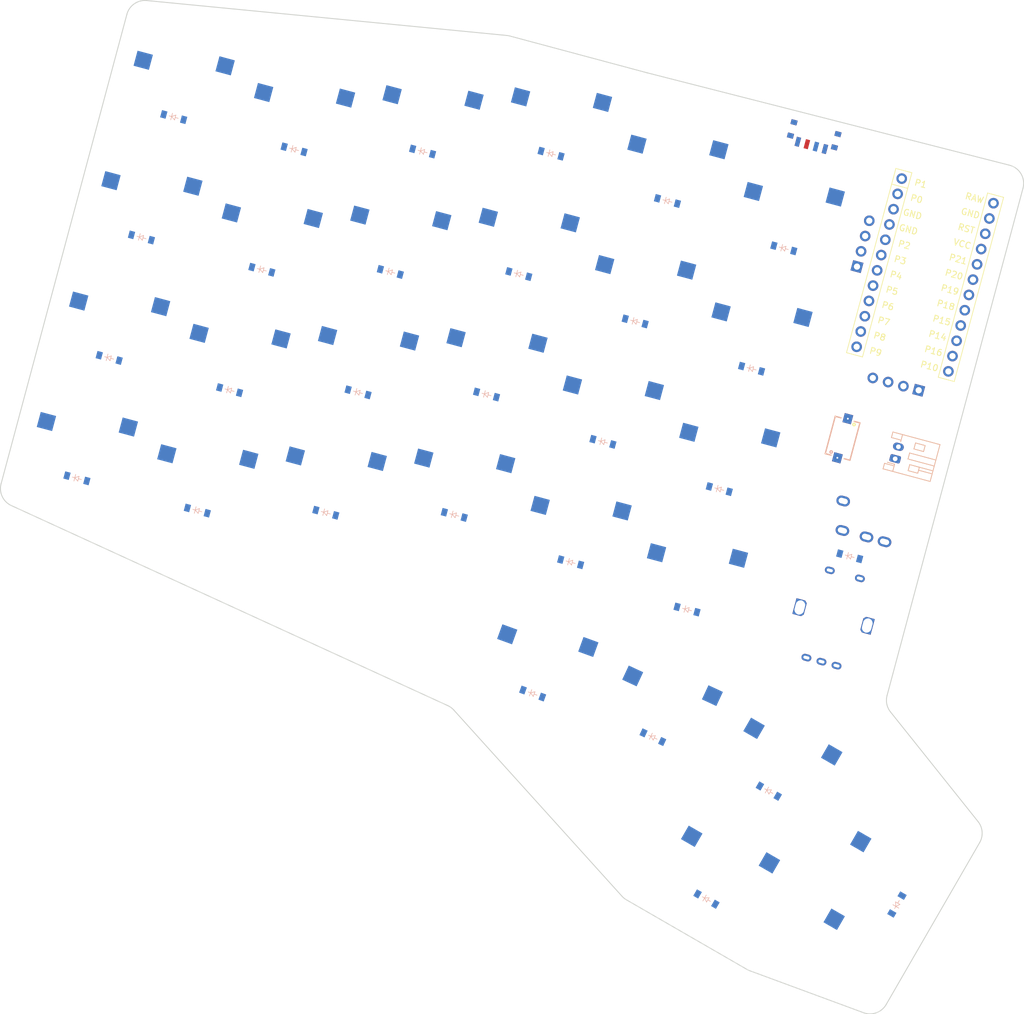
<source format=kicad_pcb>
(kicad_pcb (version 20240108) (generator "ergogen") (generator_version "4.1.0")
  (title_block (title "lag_large") (date "2025-09-04") (rev "v1.0.0") (company "Unknown"))
  (layers (0 "F.Cu" signal) (31 "B.Cu" signal) (34 "B.Paste" user) (35 "F.Paste" user) (36 "B.SilkS" user "B.Silkscreen") (37 "F.SilkS" user "F.Silkscreen") (38 "B.Mask" user) (39 "F.Mask" user) (44 "Edge.Cuts" user))
  (net 0 "")
  (net 1 "P4")
  (net 2 "outer_bottom")
  (net 3 "outer_home")
  (net 4 "outer_top")
  (net 5 "outer_num")
  (net 6 "P5")
  (net 7 "pinky_bottom")
  (net 8 "pinky_home")
  (net 9 "pinky_top")
  (net 10 "pinky_num")
  (net 11 "P6")
  (net 12 "ring_bottom")
  (net 13 "ring_home")
  (net 14 "ring_top")
  (net 15 "ring_num")
  (net 16 "P7")
  (net 17 "middle_bottom")
  (net 18 "middle_home")
  (net 19 "middle_top")
  (net 20 "middle_num")
  (net 21 "P8")
  (net 22 "index_bottom")
  (net 23 "index_home")
  (net 24 "index_top")
  (net 25 "index_num")
  (net 26 "P9")
  (net 27 "inner_bottom")
  (net 28 "inner_home")
  (net 29 "inner_top")
  (net 30 "inner_num")
  (net 31 "outer_rowt")
  (net 32 "middle_rowt")
  (net 33 "inner_rowt")
  (net 34 "middle_rowb")
  (net 35 "inner_rowb")
  (net 36 "P16")
  (net 37 "P14")
  (net 38 "P15")
  (net 39 "P18")
  (net 40 "P10")
  (net 41 "RAW")
  (net 42 "GND")
  (net 43 "RST")
  (net 44 "VCC")
  (net 45 "P21")
  (net 46 "P20")
  (net 47 "P19")
  (net 48 "P1")
  (net 49 "P0")
  (net 50 "P2")
  (net 51 "P3")
  (net 52 "P101")
  (net 53 "P102")
  (net 54 "P107")
  (net 55 "MCU1_24")
  (net 56 "MCU1_1")
  (net 57 "MCU1_23")
  (net 58 "MCU1_2")
  (net 59 "MCU1_22")
  (net 60 "MCU1_3")
  (net 61 "MCU1_21")
  (net 62 "MCU1_4")
  (net 63 "MCU1_20")
  (net 64 "MCU1_5")
  (net 65 "MCU1_19")
  (net 66 "MCU1_6")
  (net 67 "MCU1_18")
  (net 68 "MCU1_7")
  (net 69 "MCU1_17")
  (net 70 "MCU1_8")
  (net 71 "MCU1_16")
  (net 72 "MCU1_9")
  (net 73 "MCU1_15")
  (net 74 "MCU1_10")
  (net 75 "MCU1_14")
  (net 76 "MCU1_11")
  (net 77 "MCU1_13")
  (net 78 "MCU1_12")
  (net 79 "sw1")
  (net 80 "en_s2")
  (module MX (layer F.Cu) (at 70.7106781 122.4744871 -15)
    (fp_text reference "S1" hide)
    (fp_text value "" hide)
    (pad "" np_thru_hole circle (at 0 0) (size 3.9878 3.9878) (drill 3.9878) (layers *.Cu *.Mask))
    (pad "" np_thru_hole circle (at 5.08 0) (size 1.7018 1.7018) (drill 1.7018) (layers *.Cu *.Mask))
    (pad "" np_thru_hole circle (at -5.08 0) (size 1.7018 1.7018) (drill 1.7018) (layers *.Cu *.Mask))
    (pad "" np_thru_hole circle (at 2.54 -5.08) (size 3 3) (drill 3) (layers *.Cu *.Mask))
    (pad "" np_thru_hole circle (at -3.81 -2.54) (size 3 3) (drill 3) (layers *.Cu *.Mask))
    (pad 1 smd rect (at -7.085 -2.54 -15) (size 2.55 2.5) (layers B.Cu B.Paste B.Mask) (net 1 "P4"))
    (pad 2 smd rect (at 5.842 -5.08 -15) (size 2.55 2.5) (layers B.Cu B.Paste B.Mask) (net 2 "outer_bottom"))
  )
  (module MX (layer F.Cu) (at 75.8877061 103.1535558 -15)
    (fp_text reference "S2" hide)
    (fp_text value "" hide)
    (pad "" np_thru_hole circle (at 0 0) (size 3.9878 3.9878) (drill 3.9878) (layers *.Cu *.Mask))
    (pad "" np_thru_hole circle (at 5.08 0) (size 1.7018 1.7018) (drill 1.7018) (layers *.Cu *.Mask))
    (pad "" np_thru_hole circle (at -5.08 0) (size 1.7018 1.7018) (drill 1.7018) (layers *.Cu *.Mask))
    (pad "" np_thru_hole circle (at 2.54 -5.08) (size 3 3) (drill 3) (layers *.Cu *.Mask))
    (pad "" np_thru_hole circle (at -3.81 -2.54) (size 3 3) (drill 3) (layers *.Cu *.Mask))
    (pad 1 smd rect (at -7.085 -2.54 -15) (size 2.55 2.5) (layers B.Cu B.Paste B.Mask) (net 1 "P4"))
    (pad 2 smd rect (at 5.842 -5.08 -15) (size 2.55 2.5) (layers B.Cu B.Paste B.Mask) (net 3 "outer_home"))
  )
  (module MX (layer F.Cu) (at 81.064734 83.8326245 -15)
    (fp_text reference "S3" hide)
    (fp_text value "" hide)
    (pad "" np_thru_hole circle (at 0 0) (size 3.9878 3.9878) (drill 3.9878) (layers *.Cu *.Mask))
    (pad "" np_thru_hole circle (at 5.08 0) (size 1.7018 1.7018) (drill 1.7018) (layers *.Cu *.Mask))
    (pad "" np_thru_hole circle (at -5.08 0) (size 1.7018 1.7018) (drill 1.7018) (layers *.Cu *.Mask))
    (pad "" np_thru_hole circle (at 2.54 -5.08) (size 3 3) (drill 3) (layers *.Cu *.Mask))
    (pad "" np_thru_hole circle (at -3.81 -2.54) (size 3 3) (drill 3) (layers *.Cu *.Mask))
    (pad 1 smd rect (at -7.085 -2.54 -15) (size 2.55 2.5) (layers B.Cu B.Paste B.Mask) (net 1 "P4"))
    (pad 2 smd rect (at 5.842 -5.08 -15) (size 2.55 2.5) (layers B.Cu B.Paste B.Mask) (net 4 "outer_top"))
  )
  (module MX (layer F.Cu) (at 86.241762 64.5116931 -15)
    (fp_text reference "S4" hide)
    (fp_text value "" hide)
    (pad "" np_thru_hole circle (at 0 0) (size 3.9878 3.9878) (drill 3.9878) (layers *.Cu *.Mask))
    (pad "" np_thru_hole circle (at 5.08 0) (size 1.7018 1.7018) (drill 1.7018) (layers *.Cu *.Mask))
    (pad "" np_thru_hole circle (at -5.08 0) (size 1.7018 1.7018) (drill 1.7018) (layers *.Cu *.Mask))
    (pad "" np_thru_hole circle (at 2.54 -5.08) (size 3 3) (drill 3) (layers *.Cu *.Mask))
    (pad "" np_thru_hole circle (at -3.81 -2.54) (size 3 3) (drill 3) (layers *.Cu *.Mask))
    (pad 1 smd rect (at -7.085 -2.54 -15) (size 2.55 2.5) (layers B.Cu B.Paste B.Mask) (net 1 "P4"))
    (pad 2 smd rect (at 5.842 -5.08 -15) (size 2.55 2.5) (layers B.Cu B.Paste B.Mask) (net 5 "outer_num"))
  )
  (module MX (layer F.Cu) (at 90.0316095 127.6515151 -15)
    (fp_text reference "S5" hide)
    (fp_text value "" hide)
    (pad "" np_thru_hole circle (at 0 0) (size 3.9878 3.9878) (drill 3.9878) (layers *.Cu *.Mask))
    (pad "" np_thru_hole circle (at 5.08 0) (size 1.7018 1.7018) (drill 1.7018) (layers *.Cu *.Mask))
    (pad "" np_thru_hole circle (at -5.08 0) (size 1.7018 1.7018) (drill 1.7018) (layers *.Cu *.Mask))
    (pad "" np_thru_hole circle (at 2.54 -5.08) (size 3 3) (drill 3) (layers *.Cu *.Mask))
    (pad "" np_thru_hole circle (at -3.81 -2.54) (size 3 3) (drill 3) (layers *.Cu *.Mask))
    (pad 1 smd rect (at -7.085 -2.54 -15) (size 2.55 2.5) (layers B.Cu B.Paste B.Mask) (net 6 "P5"))
    (pad 2 smd rect (at 5.842 -5.08 -15) (size 2.55 2.5) (layers B.Cu B.Paste B.Mask) (net 7 "pinky_bottom"))
  )
  (module MX (layer F.Cu) (at 95.2086374 108.3305837 -15)
    (fp_text reference "S6" hide)
    (fp_text value "" hide)
    (pad "" np_thru_hole circle (at 0 0) (size 3.9878 3.9878) (drill 3.9878) (layers *.Cu *.Mask))
    (pad "" np_thru_hole circle (at 5.08 0) (size 1.7018 1.7018) (drill 1.7018) (layers *.Cu *.Mask))
    (pad "" np_thru_hole circle (at -5.08 0) (size 1.7018 1.7018) (drill 1.7018) (layers *.Cu *.Mask))
    (pad "" np_thru_hole circle (at 2.54 -5.08) (size 3 3) (drill 3) (layers *.Cu *.Mask))
    (pad "" np_thru_hole circle (at -3.81 -2.54) (size 3 3) (drill 3) (layers *.Cu *.Mask))
    (pad 1 smd rect (at -7.085 -2.54 -15) (size 2.55 2.5) (layers B.Cu B.Paste B.Mask) (net 6 "P5"))
    (pad 2 smd rect (at 5.842 -5.08 -15) (size 2.55 2.5) (layers B.Cu B.Paste B.Mask) (net 8 "pinky_home"))
  )
  (module MX (layer F.Cu) (at 100.3856654 89.0096524 -15)
    (fp_text reference "S7" hide)
    (fp_text value "" hide)
    (pad "" np_thru_hole circle (at 0 0) (size 3.9878 3.9878) (drill 3.9878) (layers *.Cu *.Mask))
    (pad "" np_thru_hole circle (at 5.08 0) (size 1.7018 1.7018) (drill 1.7018) (layers *.Cu *.Mask))
    (pad "" np_thru_hole circle (at -5.08 0) (size 1.7018 1.7018) (drill 1.7018) (layers *.Cu *.Mask))
    (pad "" np_thru_hole circle (at 2.54 -5.08) (size 3 3) (drill 3) (layers *.Cu *.Mask))
    (pad "" np_thru_hole circle (at -3.81 -2.54) (size 3 3) (drill 3) (layers *.Cu *.Mask))
    (pad 1 smd rect (at -7.085 -2.54 -15) (size 2.55 2.5) (layers B.Cu B.Paste B.Mask) (net 6 "P5"))
    (pad 2 smd rect (at 5.842 -5.08 -15) (size 2.55 2.5) (layers B.Cu B.Paste B.Mask) (net 9 "pinky_top"))
  )
  (module MX (layer F.Cu) (at 105.5626933 69.6887211 -15)
    (fp_text reference "S8" hide)
    (fp_text value "" hide)
    (pad "" np_thru_hole circle (at 0 0) (size 3.9878 3.9878) (drill 3.9878) (layers *.Cu *.Mask))
    (pad "" np_thru_hole circle (at 5.08 0) (size 1.7018 1.7018) (drill 1.7018) (layers *.Cu *.Mask))
    (pad "" np_thru_hole circle (at -5.08 0) (size 1.7018 1.7018) (drill 1.7018) (layers *.Cu *.Mask))
    (pad "" np_thru_hole circle (at 2.54 -5.08) (size 3 3) (drill 3) (layers *.Cu *.Mask))
    (pad "" np_thru_hole circle (at -3.81 -2.54) (size 3 3) (drill 3) (layers *.Cu *.Mask))
    (pad 1 smd rect (at -7.085 -2.54 -15) (size 2.55 2.5) (layers B.Cu B.Paste B.Mask) (net 6 "P5"))
    (pad 2 smd rect (at 5.842 -5.08 -15) (size 2.55 2.5) (layers B.Cu B.Paste B.Mask) (net 10 "pinky_num"))
  )
  (module MX (layer F.Cu) (at 110.646636 127.9989139 -15)
    (fp_text reference "S9" hide)
    (fp_text value "" hide)
    (pad "" np_thru_hole circle (at 0 0) (size 3.9878 3.9878) (drill 3.9878) (layers *.Cu *.Mask))
    (pad "" np_thru_hole circle (at 5.08 0) (size 1.7018 1.7018) (drill 1.7018) (layers *.Cu *.Mask))
    (pad "" np_thru_hole circle (at -5.08 0) (size 1.7018 1.7018) (drill 1.7018) (layers *.Cu *.Mask))
    (pad "" np_thru_hole circle (at 2.54 -5.08) (size 3 3) (drill 3) (layers *.Cu *.Mask))
    (pad "" np_thru_hole circle (at -3.81 -2.54) (size 3 3) (drill 3) (layers *.Cu *.Mask))
    (pad 1 smd rect (at -7.085 -2.54 -15) (size 2.55 2.5) (layers B.Cu B.Paste B.Mask) (net 11 "P6"))
    (pad 2 smd rect (at 5.842 -5.08 -15) (size 2.55 2.5) (layers B.Cu B.Paste B.Mask) (net 12 "ring_bottom"))
  )
  (module MX (layer F.Cu) (at 115.823664 108.6779826 -15)
    (fp_text reference "S10" hide)
    (fp_text value "" hide)
    (pad "" np_thru_hole circle (at 0 0) (size 3.9878 3.9878) (drill 3.9878) (layers *.Cu *.Mask))
    (pad "" np_thru_hole circle (at 5.08 0) (size 1.7018 1.7018) (drill 1.7018) (layers *.Cu *.Mask))
    (pad "" np_thru_hole circle (at -5.08 0) (size 1.7018 1.7018) (drill 1.7018) (layers *.Cu *.Mask))
    (pad "" np_thru_hole circle (at 2.54 -5.08) (size 3 3) (drill 3) (layers *.Cu *.Mask))
    (pad "" np_thru_hole circle (at -3.81 -2.54) (size 3 3) (drill 3) (layers *.Cu *.Mask))
    (pad 1 smd rect (at -7.085 -2.54 -15) (size 2.55 2.5) (layers B.Cu B.Paste B.Mask) (net 11 "P6"))
    (pad 2 smd rect (at 5.842 -5.08 -15) (size 2.55 2.5) (layers B.Cu B.Paste B.Mask) (net 13 "ring_home"))
  )
  (module MX (layer F.Cu) (at 121.0006919 89.3570512 -15)
    (fp_text reference "S11" hide)
    (fp_text value "" hide)
    (pad "" np_thru_hole circle (at 0 0) (size 3.9878 3.9878) (drill 3.9878) (layers *.Cu *.Mask))
    (pad "" np_thru_hole circle (at 5.08 0) (size 1.7018 1.7018) (drill 1.7018) (layers *.Cu *.Mask))
    (pad "" np_thru_hole circle (at -5.08 0) (size 1.7018 1.7018) (drill 1.7018) (layers *.Cu *.Mask))
    (pad "" np_thru_hole circle (at 2.54 -5.08) (size 3 3) (drill 3) (layers *.Cu *.Mask))
    (pad "" np_thru_hole circle (at -3.81 -2.54) (size 3 3) (drill 3) (layers *.Cu *.Mask))
    (pad 1 smd rect (at -7.085 -2.54 -15) (size 2.55 2.5) (layers B.Cu B.Paste B.Mask) (net 11 "P6"))
    (pad 2 smd rect (at 5.842 -5.08 -15) (size 2.55 2.5) (layers B.Cu B.Paste B.Mask) (net 14 "ring_top"))
  )
  (module MX (layer F.Cu) (at 126.1777199 70.0361199 -15)
    (fp_text reference "S12" hide)
    (fp_text value "" hide)
    (pad "" np_thru_hole circle (at 0 0) (size 3.9878 3.9878) (drill 3.9878) (layers *.Cu *.Mask))
    (pad "" np_thru_hole circle (at 5.08 0) (size 1.7018 1.7018) (drill 1.7018) (layers *.Cu *.Mask))
    (pad "" np_thru_hole circle (at -5.08 0) (size 1.7018 1.7018) (drill 1.7018) (layers *.Cu *.Mask))
    (pad "" np_thru_hole circle (at 2.54 -5.08) (size 3 3) (drill 3) (layers *.Cu *.Mask))
    (pad "" np_thru_hole circle (at -3.81 -2.54) (size 3 3) (drill 3) (layers *.Cu *.Mask))
    (pad 1 smd rect (at -7.085 -2.54 -15) (size 2.55 2.5) (layers B.Cu B.Paste B.Mask) (net 11 "P6"))
    (pad 2 smd rect (at 5.842 -5.08 -15) (size 2.55 2.5) (layers B.Cu B.Paste B.Mask) (net 15 "ring_num"))
  )
  (module MX (layer F.Cu) (at 131.2616626 128.3463127 -15)
    (fp_text reference "S13" hide)
    (fp_text value "" hide)
    (pad "" np_thru_hole circle (at 0 0) (size 3.9878 3.9878) (drill 3.9878) (layers *.Cu *.Mask))
    (pad "" np_thru_hole circle (at 5.08 0) (size 1.7018 1.7018) (drill 1.7018) (layers *.Cu *.Mask))
    (pad "" np_thru_hole circle (at -5.08 0) (size 1.7018 1.7018) (drill 1.7018) (layers *.Cu *.Mask))
    (pad "" np_thru_hole circle (at 2.54 -5.08) (size 3 3) (drill 3) (layers *.Cu *.Mask))
    (pad "" np_thru_hole circle (at -3.81 -2.54) (size 3 3) (drill 3) (layers *.Cu *.Mask))
    (pad 1 smd rect (at -7.085 -2.54 -15) (size 2.55 2.5) (layers B.Cu B.Paste B.Mask) (net 16 "P7"))
    (pad 2 smd rect (at 5.842 -5.08 -15) (size 2.55 2.5) (layers B.Cu B.Paste B.Mask) (net 17 "middle_bottom"))
  )
  (module MX (layer F.Cu) (at 136.4386905 109.0253814 -15)
    (fp_text reference "S14" hide)
    (fp_text value "" hide)
    (pad "" np_thru_hole circle (at 0 0) (size 3.9878 3.9878) (drill 3.9878) (layers *.Cu *.Mask))
    (pad "" np_thru_hole circle (at 5.08 0) (size 1.7018 1.7018) (drill 1.7018) (layers *.Cu *.Mask))
    (pad "" np_thru_hole circle (at -5.08 0) (size 1.7018 1.7018) (drill 1.7018) (layers *.Cu *.Mask))
    (pad "" np_thru_hole circle (at 2.54 -5.08) (size 3 3) (drill 3) (layers *.Cu *.Mask))
    (pad "" np_thru_hole circle (at -3.81 -2.54) (size 3 3) (drill 3) (layers *.Cu *.Mask))
    (pad 1 smd rect (at -7.085 -2.54 -15) (size 2.55 2.5) (layers B.Cu B.Paste B.Mask) (net 16 "P7"))
    (pad 2 smd rect (at 5.842 -5.08 -15) (size 2.55 2.5) (layers B.Cu B.Paste B.Mask) (net 18 "middle_home"))
  )
  (module MX (layer F.Cu) (at 141.6157185 89.70445 -15)
    (fp_text reference "S15" hide)
    (fp_text value "" hide)
    (pad "" np_thru_hole circle (at 0 0) (size 3.9878 3.9878) (drill 3.9878) (layers *.Cu *.Mask))
    (pad "" np_thru_hole circle (at 5.08 0) (size 1.7018 1.7018) (drill 1.7018) (layers *.Cu *.Mask))
    (pad "" np_thru_hole circle (at -5.08 0) (size 1.7018 1.7018) (drill 1.7018) (layers *.Cu *.Mask))
    (pad "" np_thru_hole circle (at 2.54 -5.08) (size 3 3) (drill 3) (layers *.Cu *.Mask))
    (pad "" np_thru_hole circle (at -3.81 -2.54) (size 3 3) (drill 3) (layers *.Cu *.Mask))
    (pad 1 smd rect (at -7.085 -2.54 -15) (size 2.55 2.5) (layers B.Cu B.Paste B.Mask) (net 16 "P7"))
    (pad 2 smd rect (at 5.842 -5.08 -15) (size 2.55 2.5) (layers B.Cu B.Paste B.Mask) (net 19 "middle_top"))
  )
  (module MX (layer F.Cu) (at 146.7927464 70.3835187 -15)
    (fp_text reference "S16" hide)
    (fp_text value "" hide)
    (pad "" np_thru_hole circle (at 0 0) (size 3.9878 3.9878) (drill 3.9878) (layers *.Cu *.Mask))
    (pad "" np_thru_hole circle (at 5.08 0) (size 1.7018 1.7018) (drill 1.7018) (layers *.Cu *.Mask))
    (pad "" np_thru_hole circle (at -5.08 0) (size 1.7018 1.7018) (drill 1.7018) (layers *.Cu *.Mask))
    (pad "" np_thru_hole circle (at 2.54 -5.08) (size 3 3) (drill 3) (layers *.Cu *.Mask))
    (pad "" np_thru_hole circle (at -3.81 -2.54) (size 3 3) (drill 3) (layers *.Cu *.Mask))
    (pad 1 smd rect (at -7.085 -2.54 -15) (size 2.55 2.5) (layers B.Cu B.Paste B.Mask) (net 16 "P7"))
    (pad 2 smd rect (at 5.842 -5.08 -15) (size 2.55 2.5) (layers B.Cu B.Paste B.Mask) (net 20 "middle_num"))
  )
  (module MX (layer F.Cu) (at 149.9355463 135.9381552 -15)
    (fp_text reference "S17" hide)
    (fp_text value "" hide)
    (pad "" np_thru_hole circle (at 0 0) (size 3.9878 3.9878) (drill 3.9878) (layers *.Cu *.Mask))
    (pad "" np_thru_hole circle (at 5.08 0) (size 1.7018 1.7018) (drill 1.7018) (layers *.Cu *.Mask))
    (pad "" np_thru_hole circle (at -5.08 0) (size 1.7018 1.7018) (drill 1.7018) (layers *.Cu *.Mask))
    (pad "" np_thru_hole circle (at 2.54 -5.08) (size 3 3) (drill 3) (layers *.Cu *.Mask))
    (pad "" np_thru_hole circle (at -3.81 -2.54) (size 3 3) (drill 3) (layers *.Cu *.Mask))
    (pad 1 smd rect (at -7.085 -2.54 -15) (size 2.55 2.5) (layers B.Cu B.Paste B.Mask) (net 21 "P8"))
    (pad 2 smd rect (at 5.842 -5.08 -15) (size 2.55 2.5) (layers B.Cu B.Paste B.Mask) (net 22 "index_bottom"))
  )
  (module MX (layer F.Cu) (at 155.1125743 116.6172239 -15)
    (fp_text reference "S18" hide)
    (fp_text value "" hide)
    (pad "" np_thru_hole circle (at 0 0) (size 3.9878 3.9878) (drill 3.9878) (layers *.Cu *.Mask))
    (pad "" np_thru_hole circle (at 5.08 0) (size 1.7018 1.7018) (drill 1.7018) (layers *.Cu *.Mask))
    (pad "" np_thru_hole circle (at -5.08 0) (size 1.7018 1.7018) (drill 1.7018) (layers *.Cu *.Mask))
    (pad "" np_thru_hole circle (at 2.54 -5.08) (size 3 3) (drill 3) (layers *.Cu *.Mask))
    (pad "" np_thru_hole circle (at -3.81 -2.54) (size 3 3) (drill 3) (layers *.Cu *.Mask))
    (pad 1 smd rect (at -7.085 -2.54 -15) (size 2.55 2.5) (layers B.Cu B.Paste B.Mask) (net 21 "P8"))
    (pad 2 smd rect (at 5.842 -5.08 -15) (size 2.55 2.5) (layers B.Cu B.Paste B.Mask) (net 23 "index_home"))
  )
  (module MX (layer F.Cu) (at 160.2896022 97.2962926 -15)
    (fp_text reference "S19" hide)
    (fp_text value "" hide)
    (pad "" np_thru_hole circle (at 0 0) (size 3.9878 3.9878) (drill 3.9878) (layers *.Cu *.Mask))
    (pad "" np_thru_hole circle (at 5.08 0) (size 1.7018 1.7018) (drill 1.7018) (layers *.Cu *.Mask))
    (pad "" np_thru_hole circle (at -5.08 0) (size 1.7018 1.7018) (drill 1.7018) (layers *.Cu *.Mask))
    (pad "" np_thru_hole circle (at 2.54 -5.08) (size 3 3) (drill 3) (layers *.Cu *.Mask))
    (pad "" np_thru_hole circle (at -3.81 -2.54) (size 3 3) (drill 3) (layers *.Cu *.Mask))
    (pad 1 smd rect (at -7.085 -2.54 -15) (size 2.55 2.5) (layers B.Cu B.Paste B.Mask) (net 21 "P8"))
    (pad 2 smd rect (at 5.842 -5.08 -15) (size 2.55 2.5) (layers B.Cu B.Paste B.Mask) (net 24 "index_top"))
  )
  (module MX (layer F.Cu) (at 165.4666302 77.9753612 -15)
    (fp_text reference "S20" hide)
    (fp_text value "" hide)
    (pad "" np_thru_hole circle (at 0 0) (size 3.9878 3.9878) (drill 3.9878) (layers *.Cu *.Mask))
    (pad "" np_thru_hole circle (at 5.08 0) (size 1.7018 1.7018) (drill 1.7018) (layers *.Cu *.Mask))
    (pad "" np_thru_hole circle (at -5.08 0) (size 1.7018 1.7018) (drill 1.7018) (layers *.Cu *.Mask))
    (pad "" np_thru_hole circle (at 2.54 -5.08) (size 3 3) (drill 3) (layers *.Cu *.Mask))
    (pad "" np_thru_hole circle (at -3.81 -2.54) (size 3 3) (drill 3) (layers *.Cu *.Mask))
    (pad 1 smd rect (at -7.085 -2.54 -15) (size 2.55 2.5) (layers B.Cu B.Paste B.Mask) (net 21 "P8"))
    (pad 2 smd rect (at 5.842 -5.08 -15) (size 2.55 2.5) (layers B.Cu B.Paste B.Mask) (net 25 "index_num"))
  )
  (module MX (layer F.Cu) (at 168.60943 143.5299978 -15)
    (fp_text reference "S21" hide)
    (fp_text value "" hide)
    (pad "" np_thru_hole circle (at 0 0) (size 3.9878 3.9878) (drill 3.9878) (layers *.Cu *.Mask))
    (pad "" np_thru_hole circle (at 5.08 0) (size 1.7018 1.7018) (drill 1.7018) (layers *.Cu *.Mask))
    (pad "" np_thru_hole circle (at -5.08 0) (size 1.7018 1.7018) (drill 1.7018) (layers *.Cu *.Mask))
    (pad "" np_thru_hole circle (at 2.54 -5.08) (size 3 3) (drill 3) (layers *.Cu *.Mask))
    (pad "" np_thru_hole circle (at -3.81 -2.54) (size 3 3) (drill 3) (layers *.Cu *.Mask))
    (pad 1 smd rect (at -7.085 -2.54 -15) (size 2.55 2.5) (layers B.Cu B.Paste B.Mask) (net 26 "P9"))
    (pad 2 smd rect (at 5.842 -5.08 -15) (size 2.55 2.5) (layers B.Cu B.Paste B.Mask) (net 27 "inner_bottom"))
  )
  (module MX (layer F.Cu) (at 173.786458 124.2090664 -15)
    (fp_text reference "S22" hide)
    (fp_text value "" hide)
    (pad "" np_thru_hole circle (at 0 0) (size 3.9878 3.9878) (drill 3.9878) (layers *.Cu *.Mask))
    (pad "" np_thru_hole circle (at 5.08 0) (size 1.7018 1.7018) (drill 1.7018) (layers *.Cu *.Mask))
    (pad "" np_thru_hole circle (at -5.08 0) (size 1.7018 1.7018) (drill 1.7018) (layers *.Cu *.Mask))
    (pad "" np_thru_hole circle (at 2.54 -5.08) (size 3 3) (drill 3) (layers *.Cu *.Mask))
    (pad "" np_thru_hole circle (at -3.81 -2.54) (size 3 3) (drill 3) (layers *.Cu *.Mask))
    (pad 1 smd rect (at -7.085 -2.54 -15) (size 2.55 2.5) (layers B.Cu B.Paste B.Mask) (net 26 "P9"))
    (pad 2 smd rect (at 5.842 -5.08 -15) (size 2.55 2.5) (layers B.Cu B.Paste B.Mask) (net 28 "inner_home"))
  )
  (module MX (layer F.Cu) (at 178.9634859 104.8881351 -15)
    (fp_text reference "S23" hide)
    (fp_text value "" hide)
    (pad "" np_thru_hole circle (at 0 0) (size 3.9878 3.9878) (drill 3.9878) (layers *.Cu *.Mask))
    (pad "" np_thru_hole circle (at 5.08 0) (size 1.7018 1.7018) (drill 1.7018) (layers *.Cu *.Mask))
    (pad "" np_thru_hole circle (at -5.08 0) (size 1.7018 1.7018) (drill 1.7018) (layers *.Cu *.Mask))
    (pad "" np_thru_hole circle (at 2.54 -5.08) (size 3 3) (drill 3) (layers *.Cu *.Mask))
    (pad "" np_thru_hole circle (at -3.81 -2.54) (size 3 3) (drill 3) (layers *.Cu *.Mask))
    (pad 1 smd rect (at -7.085 -2.54 -15) (size 2.55 2.5) (layers B.Cu B.Paste B.Mask) (net 26 "P9"))
    (pad 2 smd rect (at 5.842 -5.08 -15) (size 2.55 2.5) (layers B.Cu B.Paste B.Mask) (net 29 "inner_top"))
  )
  (module MX (layer F.Cu) (at 184.1405139 85.5672037 -15)
    (fp_text reference "S24" hide)
    (fp_text value "" hide)
    (pad "" np_thru_hole circle (at 0 0) (size 3.9878 3.9878) (drill 3.9878) (layers *.Cu *.Mask))
    (pad "" np_thru_hole circle (at 5.08 0) (size 1.7018 1.7018) (drill 1.7018) (layers *.Cu *.Mask))
    (pad "" np_thru_hole circle (at -5.08 0) (size 1.7018 1.7018) (drill 1.7018) (layers *.Cu *.Mask))
    (pad "" np_thru_hole circle (at 2.54 -5.08) (size 3 3) (drill 3) (layers *.Cu *.Mask))
    (pad "" np_thru_hole circle (at -3.81 -2.54) (size 3 3) (drill 3) (layers *.Cu *.Mask))
    (pad 1 smd rect (at -7.085 -2.54 -15) (size 2.55 2.5) (layers B.Cu B.Paste B.Mask) (net 26 "P9"))
    (pad 2 smd rect (at 5.842 -5.08 -15) (size 2.55 2.5) (layers B.Cu B.Paste B.Mask) (net 30 "inner_num"))
  )
  (module MX (layer F.Cu) (at 144.2531742 157.1450568 -20)
    (fp_text reference "S25" hide)
    (fp_text value "" hide)
    (pad "" np_thru_hole circle (at 0 0) (size 3.9878 3.9878) (drill 3.9878) (layers *.Cu *.Mask))
    (pad "" np_thru_hole circle (at 5.08 0) (size 1.7018 1.7018) (drill 1.7018) (layers *.Cu *.Mask))
    (pad "" np_thru_hole circle (at -5.08 0) (size 1.7018 1.7018) (drill 1.7018) (layers *.Cu *.Mask))
    (pad "" np_thru_hole circle (at 2.54 -5.08) (size 3 3) (drill 3) (layers *.Cu *.Mask))
    (pad "" np_thru_hole circle (at -3.81 -2.54) (size 3 3) (drill 3) (layers *.Cu *.Mask))
    (pad 1 smd rect (at -7.085 -2.54 -20) (size 2.55 2.5) (layers B.Cu B.Paste B.Mask) (net 1 "P4"))
    (pad 2 smd rect (at 5.842 -5.08 -20) (size 2.55 2.5) (layers B.Cu B.Paste B.Mask) (net 31 "outer_rowt"))
  )
  (module MX (layer F.Cu) (at 163.9444331 164.3120889 -25)
    (fp_text reference "S26" hide)
    (fp_text value "" hide)
    (pad "" np_thru_hole circle (at 0 0) (size 3.9878 3.9878) (drill 3.9878) (layers *.Cu *.Mask))
    (pad "" np_thru_hole circle (at 5.08 0) (size 1.7018 1.7018) (drill 1.7018) (layers *.Cu *.Mask))
    (pad "" np_thru_hole circle (at -5.08 0) (size 1.7018 1.7018) (drill 1.7018) (layers *.Cu *.Mask))
    (pad "" np_thru_hole circle (at 2.54 -5.08) (size 3 3) (drill 3) (layers *.Cu *.Mask))
    (pad "" np_thru_hole circle (at -3.81 -2.54) (size 3 3) (drill 3) (layers *.Cu *.Mask))
    (pad 1 smd rect (at -7.085 -2.54 -25) (size 2.55 2.5) (layers B.Cu B.Paste B.Mask) (net 6 "P5"))
    (pad 2 smd rect (at 5.842 -5.08 -25) (size 2.55 2.5) (layers B.Cu B.Paste B.Mask) (net 32 "middle_rowt"))
  )
  (module MX (layer F.Cu) (at 182.9361128 173.1680546 -30)
    (fp_text reference "S27" hide)
    (fp_text value "" hide)
    (pad "" np_thru_hole circle (at 0 0) (size 3.9878 3.9878) (drill 3.9878) (layers *.Cu *.Mask))
    (pad "" np_thru_hole circle (at 5.08 0) (size 1.7018 1.7018) (drill 1.7018) (layers *.Cu *.Mask))
    (pad "" np_thru_hole circle (at -5.08 0) (size 1.7018 1.7018) (drill 1.7018) (layers *.Cu *.Mask))
    (pad "" np_thru_hole circle (at 2.54 -5.08) (size 3 3) (drill 3) (layers *.Cu *.Mask))
    (pad "" np_thru_hole circle (at -3.81 -2.54) (size 3 3) (drill 3) (layers *.Cu *.Mask))
    (pad 1 smd rect (at -7.085 -2.54 -30) (size 2.55 2.5) (layers B.Cu B.Paste B.Mask) (net 16 "P7"))
    (pad 2 smd rect (at 5.842 -5.08 -30) (size 2.55 2.5) (layers B.Cu B.Paste B.Mask) (net 33 "inner_rowt"))
  )
  (module MX (layer F.Cu) (at 172.9348628 190.4907277 -30)
    (fp_text reference "S28" hide)
    (fp_text value "" hide)
    (pad "" np_thru_hole circle (at 0 0) (size 3.9878 3.9878) (drill 3.9878) (layers *.Cu *.Mask))
    (pad "" np_thru_hole circle (at 5.08 0) (size 1.7018 1.7018) (drill 1.7018) (layers *.Cu *.Mask))
    (pad "" np_thru_hole circle (at -5.08 0) (size 1.7018 1.7018) (drill 1.7018) (layers *.Cu *.Mask))
    (pad "" np_thru_hole circle (at 2.54 -5.08) (size 3 3) (drill 3) (layers *.Cu *.Mask))
    (pad "" np_thru_hole circle (at -3.81 -2.54) (size 3 3) (drill 3) (layers *.Cu *.Mask))
    (pad 1 smd rect (at -7.085 -2.54 -30) (size 2.55 2.5) (layers B.Cu B.Paste B.Mask) (net 11 "P6"))
    (pad 2 smd rect (at 5.842 -5.08 -30) (size 2.55 2.5) (layers B.Cu B.Paste B.Mask) (net 34 "middle_rowb"))
  )
  (module MX (layer F.Cu) (at 196.6698143 193.1955857 60)
    (fp_text reference "S29" hide)
    (fp_text value "" hide)
    (pad "" np_thru_hole circle (at 0 0) (size 3.9878 3.9878) (drill 3.9878) (layers *.Cu *.Mask))
    (pad "" np_thru_hole circle (at 5.08 0) (size 1.7018 1.7018) (drill 1.7018) (layers *.Cu *.Mask))
    (pad "" np_thru_hole circle (at -5.08 0) (size 1.7018 1.7018) (drill 1.7018) (layers *.Cu *.Mask))
    (pad "" np_thru_hole circle (at 2.54 -5.08) (size 3 3) (drill 3) (layers *.Cu *.Mask))
    (pad "" np_thru_hole circle (at -3.81 -2.54) (size 3 3) (drill 3) (layers *.Cu *.Mask))
    (pad 1 smd rect (at -7.085 -2.54 60) (size 2.55 2.5) (layers B.Cu B.Paste B.Mask) (net 21 "P8"))
    (pad 2 smd rect (at 5.842 -5.08 60) (size 2.55 2.5) (layers B.Cu B.Paste B.Mask) (net 35 "inner_rowb"))
  )
  (footprint "ceoloide:diode_tht_sod123" (layer "B.Cu") (at 69.4165829 127.30411620000001 -15)
    (property "Reference" "D1" hide)
    (pad "1" smd rect (at -1.65 0 -15) (size 0.9 1.2) (layers "B.Cu" "B.Paste" "B.Mask") (net 36 "P16"))
    (pad "2" smd rect (at 1.65 0 -15) (size 0.9 1.2) (layers "B.Cu" "B.Paste" "B.Mask") (net 2 "outer_bottom"))
  )
  (footprint "ceoloide:diode_tht_sod123" (layer "B.Cu") (at 74.5936109 107.98318490000001 -15)
    (property "Reference" "D2" hide)
    (pad "1" smd rect (at -1.65 0 -15) (size 0.9 1.2) (layers "B.Cu" "B.Paste" "B.Mask") (net 37 "P14"))
    (pad "2" smd rect (at 1.65 0 -15) (size 0.9 1.2) (layers "B.Cu" "B.Paste" "B.Mask") (net 3 "outer_home"))
  )
  (footprint "ceoloide:diode_tht_sod123" (layer "B.Cu") (at 79.7706388 88.6622536 -15)
    (property "Reference" "D3" hide)
    (pad "1" smd rect (at -1.65 0 -15) (size 0.9 1.2) (layers "B.Cu" "B.Paste" "B.Mask") (net 38 "P15"))
    (pad "2" smd rect (at 1.65 0 -15) (size 0.9 1.2) (layers "B.Cu" "B.Paste" "B.Mask") (net 4 "outer_top"))
  )
  (footprint "ceoloide:diode_tht_sod123" (layer "B.Cu") (at 84.9476668 69.34132220000001 -15)
    (property "Reference" "D4" hide)
    (pad "1" smd rect (at -1.65 0 -15) (size 0.9 1.2) (layers "B.Cu" "B.Paste" "B.Mask") (net 39 "P18"))
    (pad "2" smd rect (at 1.65 0 -15) (size 0.9 1.2) (layers "B.Cu" "B.Paste" "B.Mask") (net 5 "outer_num"))
  )
  (footprint "ceoloide:diode_tht_sod123" (layer "B.Cu") (at 88.7375143 132.4811442 -15)
    (property "Reference" "D5" hide)
    (pad "1" smd rect (at -1.65 0 -15) (size 0.9 1.2) (layers "B.Cu" "B.Paste" "B.Mask") (net 36 "P16"))
    (pad "2" smd rect (at 1.65 0 -15) (size 0.9 1.2) (layers "B.Cu" "B.Paste" "B.Mask") (net 7 "pinky_bottom"))
  )
  (footprint "ceoloide:diode_tht_sod123" (layer "B.Cu") (at 93.9145422 113.16021280000001 -15)
    (property "Reference" "D6" hide)
    (pad "1" smd rect (at -1.65 0 -15) (size 0.9 1.2) (layers "B.Cu" "B.Paste" "B.Mask") (net 37 "P14"))
    (pad "2" smd rect (at 1.65 0 -15) (size 0.9 1.2) (layers "B.Cu" "B.Paste" "B.Mask") (net 8 "pinky_home"))
  )
  (footprint "ceoloide:diode_tht_sod123" (layer "B.Cu") (at 99.09157019999999 93.8392815 -15)
    (property "Reference" "D7" hide)
    (pad "1" smd rect (at -1.65 0 -15) (size 0.9 1.2) (layers "B.Cu" "B.Paste" "B.Mask") (net 38 "P15"))
    (pad "2" smd rect (at 1.65 0 -15) (size 0.9 1.2) (layers "B.Cu" "B.Paste" "B.Mask") (net 9 "pinky_top"))
  )
  (footprint "ceoloide:diode_tht_sod123" (layer "B.Cu") (at 104.2685981 74.5183502 -15)
    (property "Reference" "D8" hide)
    (pad "1" smd rect (at -1.65 0 -15) (size 0.9 1.2) (layers "B.Cu" "B.Paste" "B.Mask") (net 39 "P18"))
    (pad "2" smd rect (at 1.65 0 -15) (size 0.9 1.2) (layers "B.Cu" "B.Paste" "B.Mask") (net 10 "pinky_num"))
  )
  (footprint "ceoloide:diode_tht_sod123" (layer "B.Cu") (at 109.3525408 132.828543 -15)
    (property "Reference" "D9" hide)
    (pad "1" smd rect (at -1.65 0 -15) (size 0.9 1.2) (layers "B.Cu" "B.Paste" "B.Mask") (net 36 "P16"))
    (pad "2" smd rect (at 1.65 0 -15) (size 0.9 1.2) (layers "B.Cu" "B.Paste" "B.Mask") (net 12 "ring_bottom"))
  )
  (footprint "ceoloide:diode_tht_sod123" (layer "B.Cu") (at 114.52956879999999 113.50761170000001 -15)
    (property "Reference" "D10" hide)
    (pad "1" smd rect (at -1.65 0 -15) (size 0.9 1.2) (layers "B.Cu" "B.Paste" "B.Mask") (net 37 "P14"))
    (pad "2" smd rect (at 1.65 0 -15) (size 0.9 1.2) (layers "B.Cu" "B.Paste" "B.Mask") (net 13 "ring_home"))
  )
  (footprint "ceoloide:diode_tht_sod123" (layer "B.Cu") (at 119.7065967 94.1866803 -15)
    (property "Reference" "D11" hide)
    (pad "1" smd rect (at -1.65 0 -15) (size 0.9 1.2) (layers "B.Cu" "B.Paste" "B.Mask") (net 38 "P15"))
    (pad "2" smd rect (at 1.65 0 -15) (size 0.9 1.2) (layers "B.Cu" "B.Paste" "B.Mask") (net 14 "ring_top"))
  )
  (footprint "ceoloide:diode_tht_sod123" (layer "B.Cu") (at 124.8836247 74.86574900000001 -15)
    (property "Reference" "D12" hide)
    (pad "1" smd rect (at -1.65 0 -15) (size 0.9 1.2) (layers "B.Cu" "B.Paste" "B.Mask") (net 39 "P18"))
    (pad "2" smd rect (at 1.65 0 -15) (size 0.9 1.2) (layers "B.Cu" "B.Paste" "B.Mask") (net 15 "ring_num"))
  )
  (footprint "ceoloide:diode_tht_sod123" (layer "B.Cu") (at 129.9675674 133.1759418 -15)
    (property "Reference" "D13" hide)
    (pad "1" smd rect (at -1.65 0 -15) (size 0.9 1.2) (layers "B.Cu" "B.Paste" "B.Mask") (net 36 "P16"))
    (pad "2" smd rect (at 1.65 0 -15) (size 0.9 1.2) (layers "B.Cu" "B.Paste" "B.Mask") (net 17 "middle_bottom"))
  )
  (footprint "ceoloide:diode_tht_sod123" (layer "B.Cu") (at 135.14459530000002 113.8550105 -15)
    (property "Reference" "D14" hide)
    (pad "1" smd rect (at -1.65 0 -15) (size 0.9 1.2) (layers "B.Cu" "B.Paste" "B.Mask") (net 37 "P14"))
    (pad "2" smd rect (at 1.65 0 -15) (size 0.9 1.2) (layers "B.Cu" "B.Paste" "B.Mask") (net 18 "middle_home"))
  )
  (footprint "ceoloide:diode_tht_sod123" (layer "B.Cu") (at 140.32162330000003 94.5340791 -15)
    (property "Reference" "D15" hide)
    (pad "1" smd rect (at -1.65 0 -15) (size 0.9 1.2) (layers "B.Cu" "B.Paste" "B.Mask") (net 38 "P15"))
    (pad "2" smd rect (at 1.65 0 -15) (size 0.9 1.2) (layers "B.Cu" "B.Paste" "B.Mask") (net 19 "middle_top"))
  )
  (footprint "ceoloide:diode_tht_sod123" (layer "B.Cu") (at 145.4986512 75.2131478 -15)
    (property "Reference" "D16" hide)
    (pad "1" smd rect (at -1.65 0 -15) (size 0.9 1.2) (layers "B.Cu" "B.Paste" "B.Mask") (net 39 "P18"))
    (pad "2" smd rect (at 1.65 0 -15) (size 0.9 1.2) (layers "B.Cu" "B.Paste" "B.Mask") (net 20 "middle_num"))
  )
  (footprint "ceoloide:diode_tht_sod123" (layer "B.Cu") (at 148.6414511 140.76778430000002 -15)
    (property "Reference" "D17" hide)
    (pad "1" smd rect (at -1.65 0 -15) (size 0.9 1.2) (layers "B.Cu" "B.Paste" "B.Mask") (net 36 "P16"))
    (pad "2" smd rect (at 1.65 0 -15) (size 0.9 1.2) (layers "B.Cu" "B.Paste" "B.Mask") (net 22 "index_bottom"))
  )
  (footprint "ceoloide:diode_tht_sod123" (layer "B.Cu") (at 153.81847910000002 121.446853 -15)
    (property "Reference" "D18" hide)
    (pad "1" smd rect (at -1.65 0 -15) (size 0.9 1.2) (layers "B.Cu" "B.Paste" "B.Mask") (net 37 "P14"))
    (pad "2" smd rect (at 1.65 0 -15) (size 0.9 1.2) (layers "B.Cu" "B.Paste" "B.Mask") (net 23 "index_home"))
  )
  (footprint "ceoloide:diode_tht_sod123" (layer "B.Cu") (at 158.995507 102.1259217 -15)
    (property "Reference" "D19" hide)
    (pad "1" smd rect (at -1.65 0 -15) (size 0.9 1.2) (layers "B.Cu" "B.Paste" "B.Mask") (net 38 "P15"))
    (pad "2" smd rect (at 1.65 0 -15) (size 0.9 1.2) (layers "B.Cu" "B.Paste" "B.Mask") (net 24 "index_top"))
  )
  (footprint "ceoloide:diode_tht_sod123" (layer "B.Cu") (at 164.172535 82.8049903 -15)
    (property "Reference" "D20" hide)
    (pad "1" smd rect (at -1.65 0 -15) (size 0.9 1.2) (layers "B.Cu" "B.Paste" "B.Mask") (net 39 "P18"))
    (pad "2" smd rect (at 1.65 0 -15) (size 0.9 1.2) (layers "B.Cu" "B.Paste" "B.Mask") (net 25 "index_num"))
  )
  (footprint "ceoloide:diode_tht_sod123" (layer "B.Cu") (at 167.31533480000002 148.3596269 -15)
    (property "Reference" "D21" hide)
    (pad "1" smd rect (at -1.65 0 -15) (size 0.9 1.2) (layers "B.Cu" "B.Paste" "B.Mask") (net 36 "P16"))
    (pad "2" smd rect (at 1.65 0 -15) (size 0.9 1.2) (layers "B.Cu" "B.Paste" "B.Mask") (net 27 "inner_bottom"))
  )
  (footprint "ceoloide:diode_tht_sod123" (layer "B.Cu") (at 172.49236280000002 129.0386955 -15)
    (property "Reference" "D22" hide)
    (pad "1" smd rect (at -1.65 0 -15) (size 0.9 1.2) (layers "B.Cu" "B.Paste" "B.Mask") (net 37 "P14"))
    (pad "2" smd rect (at 1.65 0 -15) (size 0.9 1.2) (layers "B.Cu" "B.Paste" "B.Mask") (net 28 "inner_home"))
  )
  (footprint "ceoloide:diode_tht_sod123" (layer "B.Cu") (at 177.6693907 109.7177642 -15)
    (property "Reference" "D23" hide)
    (pad "1" smd rect (at -1.65 0 -15) (size 0.9 1.2) (layers "B.Cu" "B.Paste" "B.Mask") (net 38 "P15"))
    (pad "2" smd rect (at 1.65 0 -15) (size 0.9 1.2) (layers "B.Cu" "B.Paste" "B.Mask") (net 29 "inner_top"))
  )
  (footprint "ceoloide:diode_tht_sod123" (layer "B.Cu") (at 182.84641870000002 90.3968328 -15)
    (property "Reference" "D24" hide)
    (pad "1" smd rect (at -1.65 0 -15) (size 0.9 1.2) (layers "B.Cu" "B.Paste" "B.Mask") (net 39 "P18"))
    (pad "2" smd rect (at 1.65 0 -15) (size 0.9 1.2) (layers "B.Cu" "B.Paste" "B.Mask") (net 30 "inner_num"))
  )
  (footprint "ceoloide:diode_tht_sod123" (layer "B.Cu") (at 142.5430735 161.8435199 -20)
    (property "Reference" "D25" hide)
    (pad "1" smd rect (at -1.65 0 -20) (size 0.9 1.2) (layers "B.Cu" "B.Paste" "B.Mask") (net 40 "P10"))
    (pad "2" smd rect (at 1.65 0 -20) (size 0.9 1.2) (layers "B.Cu" "B.Paste" "B.Mask") (net 31 "outer_rowt"))
  )
  (footprint "ceoloide:diode_tht_sod123" (layer "B.Cu") (at 161.8313418 168.84362779999998 -25)
    (property "Reference" "D26" hide)
    (pad "1" smd rect (at -1.65 0 -25) (size 0.9 1.2) (layers "B.Cu" "B.Paste" "B.Mask") (net 40 "P10"))
    (pad "2" smd rect (at 1.65 0 -25) (size 0.9 1.2) (layers "B.Cu" "B.Paste" "B.Mask") (net 32 "middle_rowt"))
  )
  (footprint "ceoloide:diode_tht_sod123" (layer "B.Cu") (at 180.4361128 177.4981816 -30)
    (property "Reference" "D27" hide)
    (pad "1" smd rect (at -1.65 0 -30) (size 0.9 1.2) (layers "B.Cu" "B.Paste" "B.Mask") (net 40 "P10"))
    (pad "2" smd rect (at 1.65 0 -30) (size 0.9 1.2) (layers "B.Cu" "B.Paste" "B.Mask") (net 33 "inner_rowt"))
  )
  (footprint "ceoloide:diode_tht_sod123" (layer "B.Cu") (at 170.4348628 194.8208547 -30)
    (property "Reference" "D28" hide)
    (pad "1" smd rect (at -1.65 0 -30) (size 0.9 1.2) (layers "B.Cu" "B.Paste" "B.Mask") (net 40 "P10"))
    (pad "2" smd rect (at 1.65 0 -30) (size 0.9 1.2) (layers "B.Cu" "B.Paste" "B.Mask") (net 34 "middle_rowb"))
  )
  (footprint "ceoloide:diode_tht_sod123" (layer "B.Cu") (at 200.99994130000002 195.6955857 60)
    (property "Reference" "D29" hide)
    (pad "1" smd rect (at -1.65 0 60) (size 0.9 1.2) (layers "B.Cu" "B.Paste" "B.Mask") (net 40 "P10"))
    (pad "2" smd rect (at 1.65 0 60) (size 0.9 1.2) (layers "B.Cu" "B.Paste" "B.Mask") (net 35 "inner_rowb"))
  )
  (footprint "ceoloide:mcu_supermini_nrf52840" (layer "F.Cu") (at 205.8391698 93.45189339999999 -15)
    (property "Reference" "MCU1" hide)
    (pad "24" thru_hole circle (at -7.62 -12.7 -15) (size 1.7 1.7) (drill 1) (layers "*.Cu" "*.Mask") (net 48 "P1"))
    (pad "1" thru_hole circle (at 7.62 -12.7 -15) (size 1.7 1.7) (drill 1) (layers "*.Cu" "*.Mask") (net 41 "RAW"))
    (fp_text user "P1" (at -4.47 -12.7 -15) (layer "F.SilkS"))
    (fp_text user "RAW" (at 4.47 -12.7 -15) (layer "F.SilkS"))
    (pad "23" thru_hole circle (at -7.62 -10.16 -15) (size 1.7 1.7) (drill 1) (layers "*.Cu" "*.Mask") (net 49 "P0"))
    (pad "2" thru_hole circle (at 7.62 -10.16 -15) (size 1.7 1.7) (drill 1) (layers "*.Cu" "*.Mask") (net 42 "GND"))
    (fp_text user "P0" (at -4.47 -10.16 -15) (layer "F.SilkS"))
    (fp_text user "GND" (at 4.47 -10.16 -15) (layer "F.SilkS"))
    (pad "22" thru_hole circle (at -7.62 -7.619999999999999 -15) (size 1.7 1.7) (drill 1) (layers "*.Cu" "*.Mask") (net 42 "GND"))
    (pad "3" thru_hole circle (at 7.62 -7.619999999999999 -15) (size 1.7 1.7) (drill 1) (layers "*.Cu" "*.Mask") (net 43 "RST"))
    (fp_text user "GND" (at -4.47 -7.619999999999999 -15) (layer "F.SilkS"))
    (fp_text user "RST" (at 4.47 -7.619999999999999 -15) (layer "F.SilkS"))
    (pad "21" thru_hole circle (at -7.62 -5.079999999999999 -15) (size 1.7 1.7) (drill 1) (layers "*.Cu" "*.Mask") (net 42 "GND"))
    (pad "4" thru_hole circle (at 7.62 -5.079999999999999 -15) (size 1.7 1.7) (drill 1) (layers "*.Cu" "*.Mask") (net 44 "VCC"))
    (fp_text user "GND" (at -4.47 -5.079999999999999 -15) (layer "F.SilkS"))
    (fp_text user "VCC" (at 4.47 -5.079999999999999 -15) (layer "F.SilkS"))
    (pad "20" thru_hole circle (at -7.62 -2.539999999999999 -15) (size 1.7 1.7) (drill 1) (layers "*.Cu" "*.Mask") (net 50 "P2"))
    (pad "5" thru_hole circle (at 7.62 -2.539999999999999 -15) (size 1.7 1.7) (drill 1) (layers "*.Cu" "*.Mask") (net 45 "P21"))
    (fp_text user "P2" (at -4.47 -2.539999999999999 -15) (layer "F.SilkS"))
    (fp_text user "P21" (at 4.47 -2.539999999999999 -15) (layer "F.SilkS"))
    (pad "19" thru_hole circle (at -7.62 0 -15) (size 1.7 1.7) (drill 1) (layers "*.Cu" "*.Mask") (net 51 "P3"))
    (pad "6" thru_hole circle (at 7.62 0 -15) (size 1.7 1.7) (drill 1) (layers "*.Cu" "*.Mask") (net 46 "P20"))
    (fp_text user "P3" (at -4.47 0 -15) (layer "F.SilkS"))
    (fp_text user "P20" (at 4.47 0 -15) (layer "F.SilkS"))
    (pad "18" thru_hole circle (at -7.62 2.540000000000001 -15) (size 1.7 1.7) (drill 1) (layers "*.Cu" "*.Mask") (net 1 "P4"))
    (pad "7" thru_hole circle (at 7.62 2.540000000000001 -15) (size 1.7 1.7) (drill 1) (layers "*.Cu" "*.Mask") (net 47 "P19"))
    (fp_text user "P4" (at -4.47 2.540000000000001 -15) (layer "F.SilkS"))
    (fp_text user "P19" (at 4.47 2.540000000000001 -15) (layer "F.SilkS"))
    (pad "17" thru_hole circle (at -7.62 5.080000000000002 -15) (size 1.7 1.7) (drill 1) (layers "*.Cu" "*.Mask") (net 6 "P5"))
    (pad "8" thru_hole circle (at 7.62 5.080000000000002 -15) (size 1.7 1.7) (drill 1) (layers "*.Cu" "*.Mask") (net 39 "P18"))
    (fp_text user "P5" (at -4.47 5.080000000000002 -15) (layer "F.SilkS"))
    (fp_text user "P18" (at 4.47 5.080000000000002 -15) (layer "F.SilkS"))
    (pad "16" thru_hole circle (at -7.62 7.620000000000001 -15) (size 1.7 1.7) (drill 1) (layers "*.Cu" "*.Mask") (net 11 "P6"))
    (pad "9" thru_hole circle (at 7.62 7.620000000000001 -15) (size 1.7 1.7) (drill 1) (layers "*.Cu" "*.Mask") (net 38 "P15"))
    (fp_text user "P6" (at -4.47 7.620000000000001 -15) (layer "F.SilkS"))
    (fp_text user "P15" (at 4.47 7.620000000000001 -15) (layer "F.SilkS"))
    (pad "15" thru_hole circle (at -7.62 10.16 -15) (size 1.7 1.7) (drill 1) (layers "*.Cu" "*.Mask") (net 16 "P7"))
    (pad "10" thru_hole circle (at 7.62 10.16 -15) (size 1.7 1.7) (drill 1) (layers "*.Cu" "*.Mask") (net 37 "P14"))
    (fp_text user "P7" (at -4.47 10.16 -15) (layer "F.SilkS"))
    (fp_text user "P14" (at 4.47 10.16 -15) (layer "F.SilkS"))
    (pad "14" thru_hole circle (at -7.62 12.7 -15) (size 1.7 1.7) (drill 1) (layers "*.Cu" "*.Mask") (net 21 "P8"))
    (pad "11" thru_hole circle (at 7.62 12.7 -15) (size 1.7 1.7) (drill 1) (layers "*.Cu" "*.Mask") (net 36 "P16"))
    (fp_text user "P8" (at -4.47 12.7 -15) (layer "F.SilkS"))
    (fp_text user "P16" (at 4.47 12.7 -15) (layer "F.SilkS"))
    (pad "13" thru_hole circle (at -7.62 15.240000000000002 -15) (size 1.7 1.7) (drill 1) (layers "*.Cu" "*.Mask") (net 26 "P9"))
    (pad "12" thru_hole circle (at 7.62 15.240000000000002 -15) (size 1.7 1.7) (drill 1) (layers "*.Cu" "*.Mask") (net 40 "P10"))
    (fp_text user "P9" (at -4.47 15.240000000000002 -15) (layer "F.SilkS"))
    (fp_text user "P10" (at 4.47 15.240000000000002 -15) (layer "F.SilkS"))
  )
  (module lib:OLED_headers (layer F.Cu) (at 194.6084149 112.1834215 75)
    (fp_text reference "OLED1" hide)
    (fp_text value OLED)
    (pad 4 thru_hole oval (at 1.6 2.18 345) (size 1.7 1.7) (drill 1) (layers *.Cu *.Mask) (net 50 "P2"))
    (pad 3 thru_hole oval (at 1.6 4.72 345) (size 1.7 1.7) (drill 1) (layers *.Cu *.Mask) (net 51 "P3"))
    (pad 2 thru_hole oval (at 1.6 7.26 345) (size 1.7 1.7) (drill 1) (layers *.Cu *.Mask) (net 44 "VCC"))
    (pad 1 thru_hole rect (at 1.6 9.8 345) (size 1.7 1.7) (drill 1) (layers *.Cu *.Mask) (net 42 "GND"))
  )
  (module lib:OLED_headers (layer F.Cu) (at 195.5768303 83.4551745 -15)
    (fp_text reference "OLED2" hide)
    (fp_text value OLED)
    (pad 4 thru_hole oval (at 1.6 2.18 255) (size 1.7 1.7) (drill 1) (layers *.Cu *.Mask) (net 50 "P2"))
    (pad 3 thru_hole oval (at 1.6 4.72 255) (size 1.7 1.7) (drill 1) (layers *.Cu *.Mask) (net 51 "P3"))
    (pad 2 thru_hole oval (at 1.6 7.26 255) (size 1.7 1.7) (drill 1) (layers *.Cu *.Mask) (net 44 "VCC"))
    (pad 1 thru_hole rect (at 1.6 9.8 255) (size 1.7 1.7) (drill 1) (layers *.Cu *.Mask) (net 42 "GND"))
  )
  (footprint 434121025816 (layer F.Cu) (at 192.2790435 120.87675389999998 -105)
    (fp_text reference "S30" hide)
    (fp_text value "" hide)
    (pad 1 thru_hole rect (at -3.25 0.0 -105) (size 1.5 1.4) (drill 0.3) (layers *.Cu *.Mask) (net 43 "RST"))
    (pad 2 thru_hole rect (at 3.25 0.0 -105) (size 1.5 1.4) (drill 0.3) (layers *.Cu *.Mask) (net 42 "GND"))
  )
  (module Button_Switch_SMD:SW_SPDT_PCM12 (layer F.Cu) (at 187.6410415 72.50305689999999 165)
    (fp_text reference "T1" hide)
    (fp_text value "" hide)
    (pad "" np_thru_hole circle (at -1.5 0.33 165) (size 0.9 0.9) (drill 0.9) (layers *.Cu *.Mask))
    (pad "" np_thru_hole circle (at 1.5 0.33 165) (size 0.9 0.9) (drill 0.9) (layers *.Cu *.Mask))
    (pad 1 smd rect (at -2.25 -1.43 165) (size 0.7 1.5) (layers F.Cu F.Paste F.Mask) (net 79 "sw1"))
    (pad 2 smd rect (at 0.75 -1.43 165) (size 0.7 1.5) (layers F.Cu F.Paste F.Mask) (net 41 "RAW"))
    (pad "" smd rect (at 2.25 -1.43 165) (size 0.7 1.5) (layers F.Cu F.Paste F.Mask))
    (pad "" smd rect (at -3.65 1.43 165) (size 1 0.8) (layers F.Cu F.Paste F.Mask))
    (pad "" smd rect (at 3.65 1.43 165) (size 1 0.8) (layers F.Cu F.Paste F.Mask))
    (pad "" smd rect (at 3.65 -0.78 165) (size 1 0.8) (layers F.Cu F.Paste F.Mask))
    (pad "" smd rect (at -3.65 -0.78 165) (size 1 0.8) (layers F.Cu F.Paste F.Mask))
    (pad "" np_thru_hole circle (at -1.5 0.33 165) (size 0.9 0.9) (drill 0.9) (layers *.Cu *.Mask))
    (pad "" np_thru_hole circle (at 1.5 0.33 165) (size 0.9 0.9) (drill 0.9) (layers *.Cu *.Mask))
    (pad 1 smd rect (at 2.25 -1.43 165) (size 0.7 1.5) (layers B.Cu B.Paste B.Mask) (net 79 "sw1"))
    (pad 2 smd rect (at -0.75 -1.43 165) (size 0.7 1.5) (layers B.Cu B.Paste B.Mask) (net 41 "RAW"))
    (pad "" smd rect (at -2.25 -1.43 165) (size 0.7 1.5) (layers B.Cu B.Paste B.Mask))
    (pad "" smd rect (at 3.65 1.43 165) (size 1 0.8) (layers B.Cu B.Paste B.Mask))
    (pad "" smd rect (at -3.65 1.43 165) (size 1 0.8) (layers B.Cu B.Paste B.Mask))
    (pad "" smd rect (at -3.65 -0.78 165) (size 1 0.8) (layers B.Cu B.Paste B.Mask))
    (pad "" smd rect (at 3.65 -0.78 165) (size 1 0.8) (layers B.Cu B.Paste B.Mask))
  )
  (footprint "ceoloide:trrs_pj320a" (layer "F.Cu") (at 202.6961765 136.0913305 -105)
    (property "Reference" "TRRS1" hide)
    (pad "" np_thru_hole circle (at 0 8.6 -105) (size 1.5 1.5) (drill 1.5) (layers "*.Cu" "*.Mask"))
    (pad "" np_thru_hole circle (at 0 1.6 -105) (size 1.5 1.5) (drill 1.5) (layers "*.Cu" "*.Mask"))
    (pad 2 thru_hole oval (at 2.3 3.2 -105) (size 1.6 2.2) (drill oval 0.9 1.5) (layers "*.Cu" "*.Mask") (net 42 "GND"))
    (pad 3 thru_hole oval (at 2.3 6.2 -105) (size 1.6 2.2) (drill oval 0.9 1.5) (layers "*.Cu" "*.Mask") (net 0 ""))
    (pad 4 thru_hole oval (at 2.3 10.2 -105) (size 1.6 2.2) (drill oval 0.9 1.5) (layers "*.Cu" "*.Mask") (net 44 "VCC"))
    (pad 5 thru_hole oval (at -2.3 11.3 -105) (size 1.6 2.2) (drill oval 0.9 1.5) (layers "*.Cu" "*.Mask") (net 48 "P1"))
  )
  (footprint "Connector_JST:JST_PH_S2B-PH-K_1x02_P2.00mm_Horizontal" (at 200.71355690000001 124.17205109999999 75)
    (fp_text reference "_1" hide)
    (fp_text value "" hide)
    (pad "1" thru_hole roundrect (at 0 0 75) (size 1.2 1.75) (drill 0.75) (layers "*.Cu" "*.Mask") (roundrect_rratio 0.208333) (net 42 "GND"))
    (pad "2" thru_hole oval (at 2 0 75) (size 1.2 1.75) (drill 0.75) (layers "*.Cu" "*.Mask") (net 79 "sw1"))
  )
  (footprint "ceoloide:rotary_encoder_ec11_ec12" (layer "F.Cu") (at 190.8276652 149.4755913 -15)
    (property "Reference" "RE1" hide)
    (pad "A" thru_hole oval (at 2.5 7.5 -15) (size 1.6 1.1) (drill oval 1 0.5) (layers "*.Cu" "*.Mask") (net 0 ""))
    (pad "B" thru_hole oval (at 0 7.5 -15) (size 1.6 1.1) (drill oval 1 0.5) (layers "*.Cu" "*.Mask") (net 42 "GND"))
    (pad "C" thru_hole oval (at -2.5 7.5 -15) (size 1.6 1.1) (drill oval 1 0.5) (layers "*.Cu" "*.Mask") (net 0 ""))
    (pad "S1" thru_hole oval (at -2.5 -7 -15) (size 1.6 1.1) (drill oval 1 0.5) (layers "*.Cu" "*.Mask") (net 26 "P9"))
    (pad "S2" thru_hole oval (at 2.5 -7 -15) (size 1.6 1.1) (drill oval 1 0.5) (layers "*.Cu" "*.Mask") (net 80 "en_s2"))
    (pad "" thru_hole roundrect (at -5.6 0 -105) (size 2.5999999999999996 1.8) (drill oval 2.3 1.5) (layers "*.Cu" "*.Mask") (roundrect_rratio 0) (chamfer_ratio 0.2) (chamfer top_right top_left))
    (pad "" thru_hole roundrect (at 5.6 0 -105) (size 2.5999999999999996 1.8) (drill oval 2.3 1.5) (layers "*.Cu" "*.Mask") (roundrect_rratio 0) (chamfer_ratio 0.2) (chamfer bottom_right bottom_left))
  )
  (footprint "ceoloide:diode_tht_sod123" (layer "B.Cu") (at 193.41585560000001 139.8163331 -15)
    (property "Reference" "D30" hide)
    (pad "1" smd rect (at -1.65 0 -15) (size 0.9 1.2) (layers "B.Cu" "B.Paste" "B.Mask") (net 40 "P10"))
    (pad "2" smd rect (at 1.65 0 -15) (size 0.9 1.2) (layers "B.Cu" "B.Paste" "B.Mask") (net 80 "en_s2"))
  )
  (gr_line (start 57.251352194816945 128.17619482448072) (end 77.43458488511101 52.851344844020105) (layer Edge.Cuts) (stroke (width 0.15)))
  (gr_line (start 80.62192390248065 50.64180888532581) (end 138.39624283059507 56.244372217139556) (layer Edge.Cuts) (stroke (width 0.15)))
  (gr_line (start 138.8831383632254 56.332587689231296) (end 160.89041536464262 62.22941969972242) (layer Edge.Cuts) (stroke (width 0.15)))
  (gr_line (start 160.92551122028684 62.23859648752798) (end 219.06941399099887 77.06704906931921) (layer Edge.Cuts) (stroke (width 0.15)))
  (gr_line (start 221.22583033324577 80.75046040712482) (end 199.4157209576752 162.14689632030422) (layer Edge.Cuts) (stroke (width 0.15)))
  (gr_line (start 199.96923816367587 164.79536926182567) (end 214.0172838421758 182.3872491558718) (layer Edge.Cuts) (stroke (width 0.15)))
  (gr_line (start 214.27109972987512 185.7592650656946) (end 199.27135130706557 211.73959149041508) (layer Edge.Cuts) (stroke (width 0.15)))
  (gr_line (start 195.63468708657197 213.0540781459511) (end 177.3932356103386 206.32270828129035) (layer Edge.Cuts) (stroke (width 0.15)))
  (gr_line (start 176.9318236308322 206.10629782575433) (end 157.60077871755388 194.94551386526848) (layer Edge.Cuts) (stroke (width 0.15)))
  (gr_line (start 156.87456771274444 194.35840375994425) (end 129.8957333678291 164.49187555641703) (layer Edge.Cuts) (stroke (width 0.15)))
  (gr_line (start 128.9195878803826 163.77569371321377) (end 58.89906419575528 131.67979979405848) (layer Edge.Cuts) (stroke (width 0.15)))
  (gr_arc (start 80.62192390341228 50.64180887571883) (mid 78.62320760341228 51.16228167571883) (end 77.43458490341227 52.85134487571883) (layer Edge.Cuts) (stroke (width 0.15)))
  (gr_arc (start 138.8831383315267 56.33258770753257) (mid 138.6415124315267 56.278424207532574) (end 138.3962428315267 56.24437220753257) (layer Edge.Cuts) (stroke (width 0.15)))
  (gr_arc (start 160.8904153963413 62.229419681421135) (mid 160.90794939634128 62.23406118142114) (end 160.9255111963413 62.23859648142114) (layer Edge.Cuts) (stroke (width 0.15)))
  (gr_arc (start 221.2258303149445 80.75046037542609) (mid 220.9170125149445 78.4583227754261) (end 219.0694140149445 77.0670490754261) (layer Edge.Cuts) (stroke (width 0.15)))
  (gr_arc (start 199.4157209759765 162.1468963520029) (mid 199.37694567597651 163.5370777520029) (end 199.9692381759765 164.7953692520029) (layer Edge.Cuts) (stroke (width 0.15)))
  (gr_arc (start 214.2710997298751 185.7592650656946) (mid 214.6645608298751 184.03408826569458) (end 214.01728382987508 182.38724916569458) (layer Edge.Cuts) (stroke (width 0.15)))
  (gr_arc (start 195.6346871070656 213.0540780904151) (mid 197.6930641070656 213.0609440904151) (end 199.2713513070656 211.73959149041508) (layer Edge.Cuts) (stroke (width 0.15)))
  (gr_arc (start 176.93182363083218 206.1062978257543) (mid 177.1579258308322 206.2243189257543) (end 177.39323563083218 206.3227082257543) (layer Edge.Cuts) (stroke (width 0.15)))
  (gr_arc (start 156.87456771755387 194.35840376526846) (mid 157.21468841755387 194.68038926526847) (end 157.60077871755388 194.94551386526848) (layer Edge.Cuts) (stroke (width 0.15)))
  (gr_arc (start 129.89573336301967 164.49187555109282) (mid 129.44416426301967 164.0840307510928) (end 128.91958786301967 163.7756936510928) (layer Edge.Cuts) (stroke (width 0.15)))
  (gr_arc (start 57.251352213118224 128.17619485617942) (mid 57.43436221311822 130.22938105617942) (end 58.89906421311822 131.67979985617941) (layer Edge.Cuts) (stroke (width 0.15)))
)
</source>
